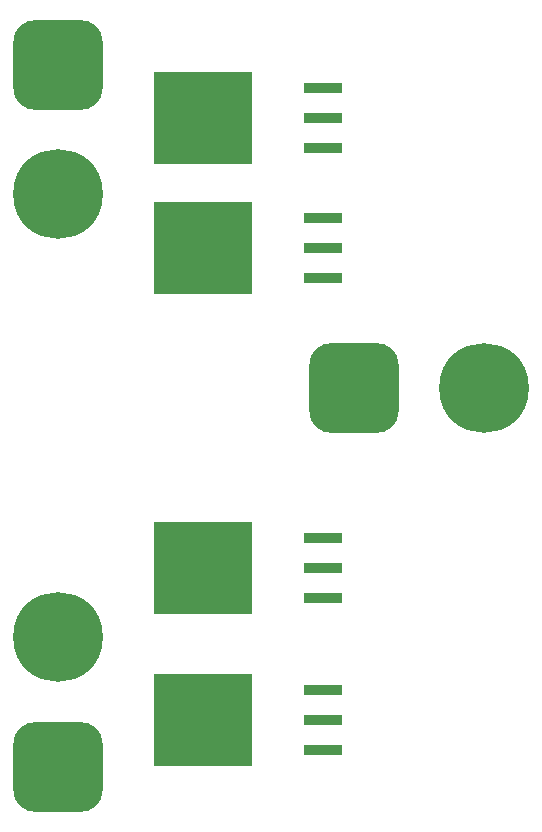
<source format=gbs>
G04 #@! TF.GenerationSoftware,KiCad,Pcbnew,7.0.1*
G04 #@! TF.CreationDate,2023-04-06T04:47:22-07:00*
G04 #@! TF.ProjectId,rps01,72707330-312e-46b6-9963-61645f706362,0*
G04 #@! TF.SameCoordinates,Original*
G04 #@! TF.FileFunction,Soldermask,Bot*
G04 #@! TF.FilePolarity,Negative*
%FSLAX46Y46*%
G04 Gerber Fmt 4.6, Leading zero omitted, Abs format (unit mm)*
G04 Created by KiCad (PCBNEW 7.0.1) date 2023-04-06 04:47:22*
%MOMM*%
%LPD*%
G01*
G04 APERTURE LIST*
G04 Aperture macros list*
%AMRoundRect*
0 Rectangle with rounded corners*
0 $1 Rounding radius*
0 $2 $3 $4 $5 $6 $7 $8 $9 X,Y pos of 4 corners*
0 Add a 4 corners polygon primitive as box body*
4,1,4,$2,$3,$4,$5,$6,$7,$8,$9,$2,$3,0*
0 Add four circle primitives for the rounded corners*
1,1,$1+$1,$2,$3*
1,1,$1+$1,$4,$5*
1,1,$1+$1,$6,$7*
1,1,$1+$1,$8,$9*
0 Add four rect primitives between the rounded corners*
20,1,$1+$1,$2,$3,$4,$5,0*
20,1,$1+$1,$4,$5,$6,$7,0*
20,1,$1+$1,$6,$7,$8,$9,0*
20,1,$1+$1,$8,$9,$2,$3,0*%
G04 Aperture macros list end*
%ADD10RoundRect,1.900000X1.900000X-1.900000X1.900000X1.900000X-1.900000X1.900000X-1.900000X-1.900000X0*%
%ADD11C,7.600000*%
%ADD12RoundRect,1.900000X-1.900000X1.900000X-1.900000X-1.900000X1.900000X-1.900000X1.900000X1.900000X0*%
%ADD13RoundRect,1.900000X-1.900000X-1.900000X1.900000X-1.900000X1.900000X1.900000X-1.900000X1.900000X0*%
%ADD14R,3.251200X0.812800*%
%ADD15R,8.305800X7.874000*%
G04 APERTURE END LIST*
D10*
X22750000Y-88000000D03*
D11*
X22750000Y-77000000D03*
D12*
X22750000Y-28500000D03*
D11*
X22750000Y-39500000D03*
D13*
X47840000Y-55880000D03*
D11*
X58840000Y-55880000D03*
D14*
X45172200Y-41460000D03*
X45172200Y-44000000D03*
X45172200Y-46540000D03*
D15*
X35050300Y-44000000D03*
D14*
X45172200Y-30480000D03*
X45172200Y-33020000D03*
X45172200Y-35560000D03*
D15*
X35050300Y-33020000D03*
D14*
X45172200Y-68580000D03*
X45172200Y-71120000D03*
X45172200Y-73660000D03*
D15*
X35050300Y-71120000D03*
D14*
X45172200Y-81460000D03*
X45172200Y-84000000D03*
X45172200Y-86540000D03*
D15*
X35050300Y-84000000D03*
M02*

</source>
